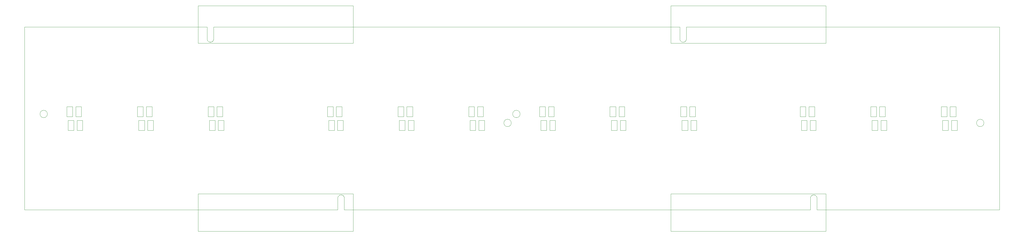
<source format=gbr>
%TF.GenerationSoftware,KiCad,Pcbnew,(7.0.0)*%
%TF.CreationDate,2023-07-13T12:21:55+02:00*%
%TF.ProjectId,Panelization,50616e65-6c69-47a6-9174-696f6e2e6b69,V1*%
%TF.SameCoordinates,PX2d4cae0PY73df160*%
%TF.FileFunction,Other,User*%
%FSLAX46Y46*%
G04 Gerber Fmt 4.6, Leading zero omitted, Abs format (unit mm)*
G04 Created by KiCad (PCBNEW (7.0.0)) date 2023-07-13 12:21:55*
%MOMM*%
%LPD*%
G01*
G04 APERTURE LIST*
%ADD10C,0.050000*%
%TA.AperFunction,Profile*%
%ADD11C,0.100000*%
%TD*%
G04 APERTURE END LIST*
D10*
%TO.C,J7*%
X268750000Y-66750000D02*
X216250000Y-66750000D01*
X268750000Y-54050000D02*
X268750000Y-66750000D01*
X216250000Y-66750000D02*
X216250000Y-54050000D01*
X216250000Y-54050000D02*
X268750000Y-54050000D01*
X56250000Y9750000D02*
X108750000Y9750000D01*
X56250000Y-2950000D02*
X56250000Y9750000D01*
X108750000Y9750000D02*
X108750000Y-2950000D01*
X108750000Y-2950000D02*
X56250000Y-2950000D01*
X216250000Y9750000D02*
X268750000Y9750000D01*
X216250000Y-2950000D02*
X216250000Y9750000D01*
X268750000Y9750000D02*
X268750000Y-2950000D01*
X268750000Y-2950000D02*
X216250000Y-2950000D01*
X108750000Y-66750000D02*
X56250000Y-66750000D01*
X108750000Y-54050000D02*
X108750000Y-66750000D01*
X56250000Y-66750000D02*
X56250000Y-54050000D01*
X56250000Y-54050000D02*
X108750000Y-54050000D01*
%TO.C,R3*%
X100464000Y-32510000D02*
X102364000Y-32510000D01*
X102364000Y-32510000D02*
X102364000Y-29150000D01*
X100464000Y-29150000D02*
X100464000Y-32510000D01*
X102364000Y-29150000D02*
X100464000Y-29150000D01*
%TO.C,C11*%
X196138000Y-32530000D02*
X198098000Y-32530000D01*
X198098000Y-32530000D02*
X198098000Y-29130000D01*
X196138000Y-29130000D02*
X196138000Y-32530000D01*
X198098000Y-29130000D02*
X196138000Y-29130000D01*
%TO.C,C9*%
X103434000Y-32530000D02*
X105394000Y-32530000D01*
X105394000Y-32530000D02*
X105394000Y-29130000D01*
X103434000Y-29130000D02*
X103434000Y-32530000D01*
X105394000Y-29130000D02*
X103434000Y-29130000D01*
%TO.C,C12*%
X12240000Y-32530000D02*
X14200000Y-32530000D01*
X14200000Y-32530000D02*
X14200000Y-29130000D01*
X12240000Y-29130000D02*
X12240000Y-32530000D01*
X14200000Y-29130000D02*
X12240000Y-29130000D01*
%TO.C,C8*%
X287393000Y-32530000D02*
X289353000Y-32530000D01*
X289353000Y-32530000D02*
X289353000Y-29130000D01*
X287393000Y-29130000D02*
X287393000Y-32530000D01*
X289353000Y-29130000D02*
X287393000Y-29130000D01*
%TO.C,R6*%
X309730000Y-24490000D02*
X307830000Y-24490000D01*
X307830000Y-24490000D02*
X307830000Y-27850000D01*
X309730000Y-27850000D02*
X309730000Y-24490000D01*
X307830000Y-27850000D02*
X309730000Y-27850000D01*
%TO.C,REF_Bottom*%
X322261000Y-30019000D02*
G75*
G03*
X322261000Y-30019000I-1250000J0D01*
G01*
%TO.C,R3*%
X260464000Y-32510000D02*
X262364000Y-32510000D01*
X262364000Y-32510000D02*
X262364000Y-29150000D01*
X260464000Y-29150000D02*
X260464000Y-32510000D01*
X262364000Y-29150000D02*
X260464000Y-29150000D01*
%TO.C,R6*%
X175270000Y-32510000D02*
X177170000Y-32510000D01*
X177170000Y-32510000D02*
X177170000Y-29150000D01*
X175270000Y-29150000D02*
X175270000Y-32510000D01*
X177170000Y-29150000D02*
X175270000Y-29150000D01*
%TO.C,C9*%
X263434000Y-32530000D02*
X265394000Y-32530000D01*
X265394000Y-32530000D02*
X265394000Y-29130000D01*
X263434000Y-29130000D02*
X263434000Y-32530000D01*
X265394000Y-29130000D02*
X263434000Y-29130000D01*
%TO.C,R4*%
X63066000Y-32510000D02*
X64966000Y-32510000D01*
X64966000Y-32510000D02*
X64966000Y-29150000D01*
X63066000Y-29150000D02*
X63066000Y-32510000D01*
X64966000Y-29150000D02*
X63066000Y-29150000D01*
%TO.C,C8*%
X197607000Y-24470000D02*
X195647000Y-24470000D01*
X195647000Y-24470000D02*
X195647000Y-27870000D01*
X197607000Y-27870000D02*
X197607000Y-24470000D01*
X195647000Y-27870000D02*
X197607000Y-27870000D01*
%TO.C,R3*%
X64536000Y-24490000D02*
X62636000Y-24490000D01*
X62636000Y-24490000D02*
X62636000Y-27850000D01*
X64536000Y-27850000D02*
X64536000Y-24490000D01*
X62636000Y-27850000D02*
X64536000Y-27850000D01*
%TO.C,R4*%
X261934000Y-24490000D02*
X260034000Y-24490000D01*
X260034000Y-24490000D02*
X260034000Y-27850000D01*
X261934000Y-27850000D02*
X261934000Y-24490000D01*
X260034000Y-27850000D02*
X261934000Y-27850000D01*
%TO.C,C7*%
X311230000Y-32530000D02*
X313190000Y-32530000D01*
X313190000Y-32530000D02*
X313190000Y-29130000D01*
X311230000Y-29130000D02*
X311230000Y-32530000D01*
X313190000Y-29130000D02*
X311230000Y-29130000D01*
%TO.C,C10*%
X60036000Y-32530000D02*
X61996000Y-32530000D01*
X61996000Y-32530000D02*
X61996000Y-29130000D01*
X60036000Y-29130000D02*
X60036000Y-32530000D01*
X61996000Y-29130000D02*
X60036000Y-29130000D01*
%TO.C,REF_Bottom*%
X165239000Y-26981000D02*
G75*
G03*
X165239000Y-26981000I-1250000J0D01*
G01*
X5239000Y-26981000D02*
G75*
G03*
X5239000Y-26981000I-1250000J0D01*
G01*
%TO.C,R2*%
X284364000Y-32510000D02*
X286264000Y-32510000D01*
X286264000Y-32510000D02*
X286264000Y-29150000D01*
X284364000Y-29150000D02*
X284364000Y-32510000D01*
X286264000Y-29150000D02*
X284364000Y-29150000D01*
X40636000Y-24490000D02*
X38736000Y-24490000D01*
X38736000Y-24490000D02*
X38736000Y-27850000D01*
X40636000Y-27850000D02*
X40636000Y-24490000D01*
X38736000Y-27850000D02*
X40636000Y-27850000D01*
%TO.C,R1*%
X148260000Y-32510000D02*
X150160000Y-32510000D01*
X150160000Y-32510000D02*
X150160000Y-29150000D01*
X148260000Y-29150000D02*
X148260000Y-32510000D01*
X150160000Y-29150000D02*
X148260000Y-29150000D01*
%TO.C,C7*%
X13770000Y-24470000D02*
X11810000Y-24470000D01*
X11810000Y-24470000D02*
X11810000Y-27870000D01*
X13770000Y-27870000D02*
X13770000Y-24470000D01*
X11810000Y-27870000D02*
X13770000Y-27870000D01*
%TO.C,C8*%
X37607000Y-24470000D02*
X35647000Y-24470000D01*
X35647000Y-24470000D02*
X35647000Y-27870000D01*
X37607000Y-27870000D02*
X37607000Y-24470000D01*
X35647000Y-27870000D02*
X37607000Y-27870000D01*
%TO.C,C10*%
X264964000Y-24470000D02*
X263004000Y-24470000D01*
X263004000Y-24470000D02*
X263004000Y-27870000D01*
X264964000Y-27870000D02*
X264964000Y-24470000D01*
X263004000Y-27870000D02*
X264964000Y-27870000D01*
%TO.C,C11*%
X36138000Y-32530000D02*
X38098000Y-32530000D01*
X38098000Y-32530000D02*
X38098000Y-29130000D01*
X36138000Y-29130000D02*
X36138000Y-32530000D01*
X38098000Y-29130000D02*
X36138000Y-29130000D01*
%TO.C,R6*%
X149730000Y-24490000D02*
X147830000Y-24490000D01*
X147830000Y-24490000D02*
X147830000Y-27850000D01*
X149730000Y-27850000D02*
X149730000Y-24490000D01*
X147830000Y-27850000D02*
X149730000Y-27850000D01*
%TO.C,C8*%
X127393000Y-32530000D02*
X129353000Y-32530000D01*
X129353000Y-32530000D02*
X129353000Y-29130000D01*
X127393000Y-29130000D02*
X127393000Y-32530000D01*
X129353000Y-29130000D02*
X127393000Y-29130000D01*
%TO.C,C9*%
X221566000Y-24470000D02*
X219606000Y-24470000D01*
X219606000Y-24470000D02*
X219606000Y-27870000D01*
X221566000Y-27870000D02*
X221566000Y-24470000D01*
X219606000Y-27870000D02*
X221566000Y-27870000D01*
%TO.C,C12*%
X152760000Y-24470000D02*
X150800000Y-24470000D01*
X150800000Y-24470000D02*
X150800000Y-27870000D01*
X152760000Y-27870000D02*
X152760000Y-24470000D01*
X150800000Y-27870000D02*
X152760000Y-27870000D01*
%TO.C,C7*%
X151230000Y-32530000D02*
X153190000Y-32530000D01*
X153190000Y-32530000D02*
X153190000Y-29130000D01*
X151230000Y-29130000D02*
X151230000Y-32530000D01*
X153190000Y-29130000D02*
X151230000Y-29130000D01*
%TO.C,R4*%
X223066000Y-32510000D02*
X224966000Y-32510000D01*
X224966000Y-32510000D02*
X224966000Y-29150000D01*
X223066000Y-29150000D02*
X223066000Y-32510000D01*
X224966000Y-29150000D02*
X223066000Y-29150000D01*
%TO.C,R5*%
X125832000Y-24490000D02*
X123932000Y-24490000D01*
X123932000Y-24490000D02*
X123932000Y-27850000D01*
X125832000Y-27850000D02*
X125832000Y-24490000D01*
X123932000Y-27850000D02*
X125832000Y-27850000D01*
%TO.C,C7*%
X173770000Y-24470000D02*
X171810000Y-24470000D01*
X171810000Y-24470000D02*
X171810000Y-27870000D01*
X173770000Y-27870000D02*
X173770000Y-24470000D01*
X171810000Y-27870000D02*
X173770000Y-27870000D01*
%TO.C,C9*%
X61566000Y-24470000D02*
X59606000Y-24470000D01*
X59606000Y-24470000D02*
X59606000Y-27870000D01*
X61566000Y-27870000D02*
X61566000Y-24470000D01*
X59606000Y-27870000D02*
X61566000Y-27870000D01*
%TO.C,R1*%
X16740000Y-24490000D02*
X14840000Y-24490000D01*
X14840000Y-24490000D02*
X14840000Y-27850000D01*
X16740000Y-27850000D02*
X16740000Y-24490000D01*
X14840000Y-27850000D02*
X16740000Y-27850000D01*
%TO.C,C12*%
X312760000Y-24470000D02*
X310800000Y-24470000D01*
X310800000Y-24470000D02*
X310800000Y-27870000D01*
X312760000Y-27870000D02*
X312760000Y-24470000D01*
X310800000Y-27870000D02*
X312760000Y-27870000D01*
X172240000Y-32530000D02*
X174200000Y-32530000D01*
X174200000Y-32530000D02*
X174200000Y-29130000D01*
X172240000Y-29130000D02*
X172240000Y-32530000D01*
X174200000Y-29130000D02*
X172240000Y-29130000D01*
%TO.C,REF_Bottom*%
X162261000Y-30019000D02*
G75*
G03*
X162261000Y-30019000I-1250000J0D01*
G01*
%TO.C,R5*%
X285832000Y-24490000D02*
X283932000Y-24490000D01*
X283932000Y-24490000D02*
X283932000Y-27850000D01*
X285832000Y-27850000D02*
X285832000Y-24490000D01*
X283932000Y-27850000D02*
X285832000Y-27850000D01*
%TO.C,C11*%
X288862000Y-24470000D02*
X286902000Y-24470000D01*
X286902000Y-24470000D02*
X286902000Y-27870000D01*
X288862000Y-27870000D02*
X288862000Y-24470000D01*
X286902000Y-27870000D02*
X288862000Y-27870000D01*
%TO.C,C10*%
X220036000Y-32530000D02*
X221996000Y-32530000D01*
X221996000Y-32530000D02*
X221996000Y-29130000D01*
X220036000Y-29130000D02*
X220036000Y-32530000D01*
X221996000Y-29130000D02*
X220036000Y-29130000D01*
%TO.C,R5*%
X199168000Y-32510000D02*
X201068000Y-32510000D01*
X201068000Y-32510000D02*
X201068000Y-29150000D01*
X199168000Y-29150000D02*
X199168000Y-32510000D01*
X201068000Y-29150000D02*
X199168000Y-29150000D01*
%TO.C,R3*%
X224536000Y-24490000D02*
X222636000Y-24490000D01*
X222636000Y-24490000D02*
X222636000Y-27850000D01*
X224536000Y-27850000D02*
X224536000Y-24490000D01*
X222636000Y-27850000D02*
X224536000Y-27850000D01*
%TO.C,R1*%
X308260000Y-32510000D02*
X310160000Y-32510000D01*
X310160000Y-32510000D02*
X310160000Y-29150000D01*
X308260000Y-29150000D02*
X308260000Y-32510000D01*
X310160000Y-29150000D02*
X308260000Y-29150000D01*
X176740000Y-24490000D02*
X174840000Y-24490000D01*
X174840000Y-24490000D02*
X174840000Y-27850000D01*
X176740000Y-27850000D02*
X176740000Y-24490000D01*
X174840000Y-27850000D02*
X176740000Y-27850000D01*
%TO.C,C10*%
X104964000Y-24470000D02*
X103004000Y-24470000D01*
X103004000Y-24470000D02*
X103004000Y-27870000D01*
X104964000Y-27870000D02*
X104964000Y-24470000D01*
X103004000Y-27870000D02*
X104964000Y-27870000D01*
%TO.C,R6*%
X15270000Y-32510000D02*
X17170000Y-32510000D01*
X17170000Y-32510000D02*
X17170000Y-29150000D01*
X15270000Y-29150000D02*
X15270000Y-32510000D01*
X17170000Y-29150000D02*
X15270000Y-29150000D01*
%TO.C,R4*%
X101934000Y-24490000D02*
X100034000Y-24490000D01*
X100034000Y-24490000D02*
X100034000Y-27850000D01*
X101934000Y-27850000D02*
X101934000Y-24490000D01*
X100034000Y-27850000D02*
X101934000Y-27850000D01*
%TO.C,R5*%
X39168000Y-32510000D02*
X41068000Y-32510000D01*
X41068000Y-32510000D02*
X41068000Y-29150000D01*
X39168000Y-29150000D02*
X39168000Y-32510000D01*
X41068000Y-29150000D02*
X39168000Y-29150000D01*
%TO.C,R2*%
X200636000Y-24490000D02*
X198736000Y-24490000D01*
X198736000Y-24490000D02*
X198736000Y-27850000D01*
X200636000Y-27850000D02*
X200636000Y-24490000D01*
X198736000Y-27850000D02*
X200636000Y-27850000D01*
%TO.C,C11*%
X128862000Y-24470000D02*
X126902000Y-24470000D01*
X126902000Y-24470000D02*
X126902000Y-27870000D01*
X128862000Y-27870000D02*
X128862000Y-24470000D01*
X126902000Y-27870000D02*
X128862000Y-27870000D01*
%TO.C,R2*%
X124364000Y-32510000D02*
X126264000Y-32510000D01*
X126264000Y-32510000D02*
X126264000Y-29150000D01*
X124364000Y-29150000D02*
X124364000Y-32510000D01*
X126264000Y-29150000D02*
X124364000Y-29150000D01*
%TD*%
D11*
X322500000Y-59500000D02*
X327500000Y-59500000D01*
X219281424Y-1556220D02*
X219280000Y-1500000D01*
X59710561Y-2377761D02*
X59666975Y-2342222D01*
X220277703Y-2604305D02*
X220221915Y-2597200D01*
X103569094Y-55114490D02*
X103589956Y-55062264D01*
X104121162Y-54503436D02*
X104172264Y-54479956D01*
X104497703Y-54395694D02*
X104553779Y-54391424D01*
X61449095Y-1832293D02*
X61430905Y-1885509D01*
X219851314Y-2470525D02*
X219802849Y-2441995D01*
X265047735Y-54479956D02*
X265098837Y-54503436D01*
X265148685Y-54529474D02*
X265197150Y-54558004D01*
X103930561Y-54622238D02*
X103975891Y-54588951D01*
X220775509Y-2540905D02*
X220722293Y-2559095D01*
X221301048Y-2134108D02*
X221267761Y-2179438D01*
X104778084Y-54402799D02*
X104833441Y-54412721D01*
X221194520Y-2264753D02*
X221154753Y-2304520D01*
X103535433Y-55221775D02*
X103550904Y-55167706D01*
X265452222Y-54776975D02*
X265487761Y-54820561D01*
X104888224Y-54425433D02*
X104942293Y-54440904D01*
X219419474Y-2038685D02*
X219393436Y-1988837D01*
X221360525Y-2038685D02*
X221331995Y-2087150D01*
X221477278Y-1723441D02*
X221464566Y-1778224D01*
X103805479Y-54735246D02*
X103845246Y-54695479D01*
X60221915Y-2597200D02*
X60166558Y-2587278D01*
X60111775Y-2574566D02*
X60057706Y-2559095D01*
X61194520Y-2264753D02*
X61154753Y-2304520D01*
X103589956Y-55062264D02*
X103613436Y-55011162D01*
X265720000Y-59500000D02*
X268500000Y-59500000D01*
X221232222Y-2223024D02*
X221194520Y-2264753D01*
X265630043Y-55062264D02*
X265650905Y-55114490D01*
X220722293Y-2559095D02*
X220668224Y-2574566D01*
X265289438Y-54622238D02*
X265333024Y-54657777D01*
X322500000Y2500000D02*
X221500000Y2500000D01*
X103512799Y-55331915D02*
X103522721Y-55276558D01*
X61267761Y-2179438D02*
X61232222Y-2223024D01*
X264553779Y-54391424D02*
X264610000Y-54390000D01*
X59448004Y-2087150D02*
X59419474Y-2038685D01*
X264942293Y-54440904D02*
X264995509Y-54459094D01*
X220111775Y-2574566D02*
X220057706Y-2559095D01*
X105714305Y-55387703D02*
X105718575Y-55443779D01*
X264995509Y-54459094D02*
X265047735Y-54479956D01*
X263975891Y-54588951D02*
X264022849Y-54558004D01*
X61301048Y-2134108D02*
X61267761Y-2179438D01*
X219585479Y-2264753D02*
X219547777Y-2223024D01*
X60446220Y-2608575D02*
X60390000Y-2609999D01*
X105719999Y-55500000D02*
X105720000Y-59500000D01*
X265098837Y-54503436D02*
X265148685Y-54529474D01*
X263886975Y-54657777D02*
X263930561Y-54622238D01*
X108500000Y-59500000D02*
X162500000Y-59500000D01*
X103500000Y-55500000D02*
X103501424Y-55443779D01*
X221430905Y-1885509D02*
X221410043Y-1937735D01*
X219666975Y-2342222D02*
X219625246Y-2304520D01*
X103975891Y-54588951D02*
X104022849Y-54558004D01*
X61232222Y-2223024D02*
X61194520Y-2264753D01*
X265374753Y-54695479D02*
X265414520Y-54735246D01*
X219315433Y-1778224D02*
X219302721Y-1723441D01*
X103668004Y-54912849D02*
X103698951Y-54865891D01*
X219349094Y-1885509D02*
X219330904Y-1832293D01*
X265606563Y-55011162D02*
X265630043Y-55062264D01*
X221487200Y-1668084D02*
X221477278Y-1723441D01*
X219802849Y-2441995D02*
X219755891Y-2411048D01*
X219710561Y-2377761D02*
X219666975Y-2342222D01*
X60502296Y-2604305D02*
X60446220Y-2608575D01*
X264224490Y-54459094D02*
X264277706Y-54440904D01*
X59292799Y-1668084D02*
X59285694Y-1612296D01*
X263501424Y-55443779D02*
X263505694Y-55387703D01*
X221500000Y2500000D02*
X221500000Y-1500000D01*
X219478951Y-2134108D02*
X219448004Y-2087150D01*
X105289438Y-54622238D02*
X105333024Y-54657777D01*
X105580525Y-54961314D02*
X105606563Y-55011162D01*
X105669095Y-55167706D02*
X105684566Y-55221775D01*
X219901162Y-2496563D02*
X219851314Y-2470525D01*
X105521048Y-54865891D02*
X105551995Y-54912849D01*
X61024108Y-2411048D02*
X60977150Y-2441995D01*
X105414520Y-54735246D02*
X105452222Y-54776975D01*
X264277706Y-54440904D02*
X264331775Y-54425433D01*
X219755891Y-2411048D02*
X219710561Y-2377761D01*
X61069438Y-2377761D02*
X61024108Y-2411048D01*
X265719999Y-55500000D02*
X265720000Y-59500000D01*
X60004490Y-2540905D02*
X59952264Y-2520043D01*
X104833441Y-54412721D02*
X104888224Y-54425433D01*
X104277706Y-54440904D02*
X104331775Y-54425433D01*
X104995509Y-54459094D02*
X105047735Y-54479956D01*
X61494305Y-1612296D02*
X61487200Y-1668084D01*
X220668224Y-2574566D02*
X220613441Y-2587278D01*
X264833441Y-54412721D02*
X264888224Y-54425433D01*
X103550904Y-55167706D02*
X103569094Y-55114490D01*
X268500000Y-59500000D02*
X322500000Y-59500000D01*
X104022849Y-54558004D02*
X104071314Y-54529474D01*
X264331775Y-54425433D02*
X264386558Y-54412721D01*
X327500000Y2500000D02*
X322500000Y2500000D01*
X61386563Y-1988837D02*
X61360525Y-2038685D01*
X60558084Y-2597200D02*
X60502296Y-2604305D01*
X103767777Y-54776975D02*
X103805479Y-54735246D01*
X2500000Y2500000D02*
X-2500000Y2500000D01*
X220057706Y-2559095D02*
X220004490Y-2540905D01*
X103505694Y-55387703D02*
X103512799Y-55331915D01*
X61113024Y-2342222D02*
X61069438Y-2377761D01*
X219292799Y-1668084D02*
X219285694Y-1612296D01*
X60057706Y-2559095D02*
X60004490Y-2540905D01*
X221498575Y-1556220D02*
X221494305Y-1612296D01*
X220446220Y-2608575D02*
X220390000Y-2609999D01*
X60613441Y-2587278D02*
X60558084Y-2597200D01*
X265414520Y-54735246D02*
X265452222Y-54776975D01*
X220004490Y-2540905D02*
X219952264Y-2520043D01*
X61331995Y-2087150D02*
X61301048Y-2134108D01*
X59755891Y-2411048D02*
X59710561Y-2377761D01*
X220928685Y-2470525D02*
X220878837Y-2496563D01*
X263550904Y-55167706D02*
X263569094Y-55114490D01*
X61154753Y-2304520D02*
X61113024Y-2342222D01*
X59901162Y-2496563D02*
X59851314Y-2470525D01*
X-2500000Y2500000D02*
X-2500000Y-59500000D01*
X59512238Y-2179438D02*
X59478951Y-2134108D01*
X105197150Y-54558004D02*
X105244108Y-54588951D01*
X59281424Y-1556220D02*
X59280000Y-1500000D01*
X105697278Y-55276558D02*
X105707200Y-55331915D01*
X105707200Y-55331915D02*
X105714305Y-55387703D01*
X61477278Y-1723441D02*
X61464566Y-1778224D01*
X263767777Y-54776975D02*
X263805479Y-54735246D01*
X103698951Y-54865891D02*
X103732238Y-54820561D01*
X265650905Y-55114490D02*
X265669095Y-55167706D01*
X104386558Y-54412721D02*
X104441915Y-54402799D01*
X263500000Y-59500000D02*
X263500000Y-55500000D01*
X162500000Y-59500000D02*
X263500000Y-59500000D01*
X59393436Y-1988837D02*
X59369956Y-1937735D01*
X221410043Y-1937735D02*
X221386563Y-1988837D01*
X221069438Y-2377761D02*
X221024108Y-2411048D01*
X264386558Y-54412721D02*
X264441915Y-54402799D01*
X264888224Y-54425433D02*
X264942293Y-54440904D01*
X220977150Y-2441995D02*
X220928685Y-2470525D01*
X221267761Y-2179438D02*
X221232222Y-2223024D01*
X103845246Y-54695479D02*
X103886975Y-54657777D01*
X263698951Y-54865891D02*
X263732238Y-54820561D01*
X264172264Y-54479956D02*
X264224490Y-54459094D01*
X220333779Y-2608575D02*
X220277703Y-2604305D01*
X59302721Y-1723441D02*
X59292799Y-1668084D01*
X61410043Y-1937735D02*
X61386563Y-1988837D01*
X265714305Y-55387703D02*
X265718575Y-55443779D01*
X103639474Y-54961314D02*
X103668004Y-54912849D01*
X60928685Y-2470525D02*
X60878837Y-2496563D01*
X327500000Y-59500000D02*
X327500000Y2500000D01*
X220221915Y-2597200D02*
X220166558Y-2587278D01*
X105333024Y-54657777D02*
X105374753Y-54695479D01*
X220390000Y-2609999D02*
X220333779Y-2608575D01*
X265551995Y-54912849D02*
X265580525Y-54961314D01*
X264666220Y-54391424D02*
X264722296Y-54395694D01*
X60878837Y-2496563D02*
X60827735Y-2520043D01*
X60333779Y-2608575D02*
X60277703Y-2604305D01*
X105452222Y-54776975D02*
X105487761Y-54820561D01*
X61464566Y-1778224D02*
X61449095Y-1832293D01*
X265197150Y-54558004D02*
X265244108Y-54588951D01*
X219285694Y-1612296D02*
X219281424Y-1556220D01*
X59585479Y-2264753D02*
X59547777Y-2223024D01*
X59478951Y-2134108D02*
X59448004Y-2087150D01*
X263668004Y-54912849D02*
X263698951Y-54865891D01*
X104553779Y-54391424D02*
X104610000Y-54390000D01*
X263522721Y-55276558D02*
X263535433Y-55221775D01*
X263500000Y-55500000D02*
X263501424Y-55443779D01*
X59285694Y-1612296D02*
X59281424Y-1556220D01*
X219547777Y-2223024D02*
X219512238Y-2179438D01*
X263639474Y-54961314D02*
X263668004Y-54912849D01*
X263845246Y-54695479D02*
X263886975Y-54657777D01*
X60166558Y-2587278D02*
X60111775Y-2574566D01*
X-2500000Y-59500000D02*
X-2500000Y-59500000D01*
X264610000Y-54390000D02*
X264666220Y-54391424D01*
X105487761Y-54820561D02*
X105521048Y-54865891D01*
X219302721Y-1723441D02*
X219292799Y-1668084D01*
X265697278Y-55276558D02*
X265707200Y-55331915D01*
X216500000Y2500000D02*
X162500000Y2500000D01*
X59315433Y-1778224D02*
X59302721Y-1723441D01*
X221113024Y-2342222D02*
X221069438Y-2377761D01*
X105244108Y-54588951D02*
X105289438Y-54622238D01*
X59802849Y-2441995D02*
X59755891Y-2411048D01*
X103886975Y-54657777D02*
X103930561Y-54622238D01*
X105098837Y-54503436D02*
X105148685Y-54529474D01*
X-2500000Y-59500000D02*
X2500000Y-59500000D01*
X220613441Y-2587278D02*
X220558084Y-2597200D01*
X104441915Y-54402799D02*
X104497703Y-54395694D01*
X104666220Y-54391424D02*
X104722296Y-54395694D01*
X265707200Y-55331915D02*
X265714305Y-55387703D01*
X219625246Y-2304520D02*
X219585479Y-2264753D01*
X264121162Y-54503436D02*
X264172264Y-54479956D01*
X103500000Y-59500000D02*
X103500000Y-55500000D01*
X104942293Y-54440904D02*
X104995509Y-54459094D01*
X263569094Y-55114490D02*
X263589956Y-55062264D01*
X60722293Y-2559095D02*
X60668224Y-2574566D01*
X60977150Y-2441995D02*
X60928685Y-2470525D01*
X220502296Y-2604305D02*
X220446220Y-2608575D01*
X265521048Y-54865891D02*
X265551995Y-54912849D01*
X104610000Y-54390000D02*
X104666220Y-54391424D01*
X105148685Y-54529474D02*
X105197150Y-54558004D01*
X220878837Y-2496563D02*
X220827735Y-2520043D01*
X265669095Y-55167706D02*
X265684566Y-55221775D01*
X59419474Y-2038685D02*
X59393436Y-1988837D01*
X60277703Y-2604305D02*
X60221915Y-2597200D01*
X103501424Y-55443779D02*
X103505694Y-55387703D01*
X59625246Y-2304520D02*
X59585479Y-2264753D01*
X219369956Y-1937735D02*
X219349094Y-1885509D01*
X219280000Y2500000D02*
X216500000Y2500000D01*
X103732238Y-54820561D02*
X103767777Y-54776975D01*
X263613436Y-55011162D02*
X263639474Y-54961314D01*
X61430905Y-1885509D02*
X61410043Y-1937735D01*
X219512238Y-2179438D02*
X219478951Y-2134108D01*
X105650905Y-55114490D02*
X105669095Y-55167706D01*
X105684566Y-55221775D02*
X105697278Y-55276558D01*
X220827735Y-2520043D02*
X220775509Y-2540905D01*
X59280000Y-1500000D02*
X59280000Y2500000D01*
X104172264Y-54479956D02*
X104224490Y-54459094D01*
X60827735Y-2520043D02*
X60775509Y-2540905D01*
X221024108Y-2411048D02*
X220977150Y-2441995D01*
X59952264Y-2520043D02*
X59901162Y-2496563D01*
X221449095Y-1832293D02*
X221430905Y-1885509D01*
X56500000Y2500000D02*
X2500000Y2500000D01*
X265333024Y-54657777D02*
X265374753Y-54695479D01*
X105606563Y-55011162D02*
X105630043Y-55062264D01*
X61500000Y2500000D02*
X61500000Y-1500000D01*
X220166558Y-2587278D02*
X220111775Y-2574566D01*
X219280000Y-1500000D02*
X219280000Y2500000D01*
X61500000Y-1500000D02*
X61498575Y-1556220D01*
X263505694Y-55387703D02*
X263512799Y-55331915D01*
X264071314Y-54529474D02*
X264121162Y-54503436D01*
X105630043Y-55062264D02*
X105650905Y-55114490D01*
X59666975Y-2342222D02*
X59625246Y-2304520D01*
X59547777Y-2223024D02*
X59512238Y-2179438D01*
X219393436Y-1988837D02*
X219369956Y-1937735D01*
X265684566Y-55221775D02*
X265697278Y-55276558D01*
X104331775Y-54425433D02*
X104386558Y-54412721D01*
X221154753Y-2304520D02*
X221113024Y-2342222D01*
X264022849Y-54558004D02*
X264071314Y-54529474D01*
X221386563Y-1988837D02*
X221360525Y-2038685D01*
X265580525Y-54961314D02*
X265606563Y-55011162D01*
X221500000Y-1500000D02*
X221498575Y-1556220D01*
X263732238Y-54820561D02*
X263767777Y-54776975D01*
X220558084Y-2597200D02*
X220502296Y-2604305D01*
X59280000Y2500000D02*
X56500000Y2500000D01*
X104224490Y-54459094D02*
X104277706Y-54440904D01*
X263589956Y-55062264D02*
X263613436Y-55011162D01*
X104071314Y-54529474D02*
X104121162Y-54503436D01*
X59330904Y-1832293D02*
X59315433Y-1778224D01*
X60668224Y-2574566D02*
X60613441Y-2587278D01*
X263535433Y-55221775D02*
X263550904Y-55167706D01*
X265244108Y-54588951D02*
X265289438Y-54622238D01*
X59349094Y-1885509D02*
X59330904Y-1832293D01*
X219330904Y-1832293D02*
X219315433Y-1778224D01*
X221494305Y-1612296D02*
X221487200Y-1668084D01*
X264497703Y-54395694D02*
X264553779Y-54391424D01*
X263512799Y-55331915D02*
X263522721Y-55276558D01*
X2500000Y-59500000D02*
X103500000Y-59500000D01*
X105718575Y-55443779D02*
X105719999Y-55500000D01*
X105374753Y-54695479D02*
X105414520Y-54735246D01*
X264441915Y-54402799D02*
X264497703Y-54395694D01*
X103613436Y-55011162D02*
X103639474Y-54961314D01*
X104722296Y-54395694D02*
X104778084Y-54402799D01*
X263930561Y-54622238D02*
X263975891Y-54588951D01*
X105551995Y-54912849D02*
X105580525Y-54961314D01*
X264722296Y-54395694D02*
X264778084Y-54402799D01*
X61498575Y-1556220D02*
X61494305Y-1612296D01*
X60390000Y-2609999D02*
X60333779Y-2608575D01*
X264778084Y-54402799D02*
X264833441Y-54412721D01*
X162500000Y2500000D02*
X61500000Y2500000D01*
X221464566Y-1778224D02*
X221449095Y-1832293D01*
X105047735Y-54479956D02*
X105098837Y-54503436D01*
X59369956Y-1937735D02*
X59349094Y-1885509D01*
X61360525Y-2038685D02*
X61331995Y-2087150D01*
X265487761Y-54820561D02*
X265521048Y-54865891D01*
X263805479Y-54735246D02*
X263845246Y-54695479D01*
X59851314Y-2470525D02*
X59802849Y-2441995D01*
X265718575Y-55443779D02*
X265719999Y-55500000D01*
X219952264Y-2520043D02*
X219901162Y-2496563D01*
X103522721Y-55276558D02*
X103535433Y-55221775D01*
X221331995Y-2087150D02*
X221301048Y-2134108D01*
X60775509Y-2540905D02*
X60722293Y-2559095D01*
X61487200Y-1668084D02*
X61477278Y-1723441D01*
X219448004Y-2087150D02*
X219419474Y-2038685D01*
X105720000Y-59500000D02*
X108500000Y-59500000D01*
M02*

</source>
